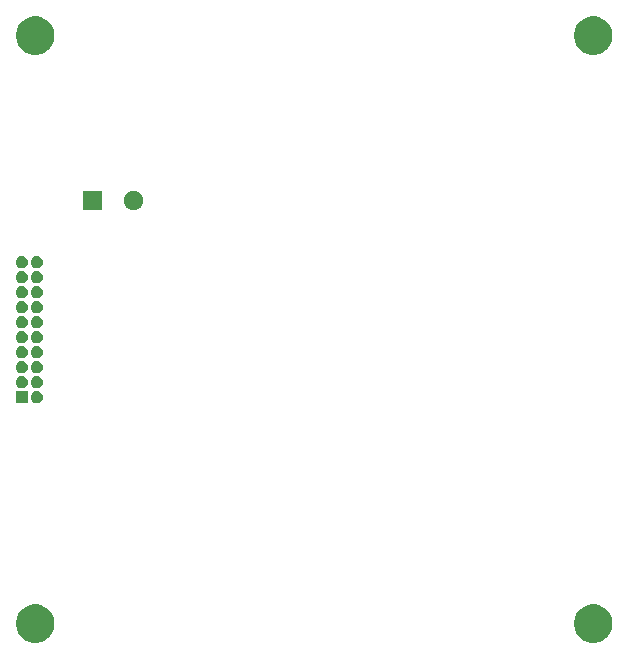
<source format=gbr>
G04 #@! TF.GenerationSoftware,KiCad,Pcbnew,(5.0.0-rc2-dev-185-g935a5ca)*
G04 #@! TF.CreationDate,2018-03-20T09:50:27-05:00*
G04 #@! TF.ProjectId,Power Board,506F77657220426F6172642E6B696361,rev?*
G04 #@! TF.SameCoordinates,Original*
G04 #@! TF.FileFunction,Soldermask,Bot*
G04 #@! TF.FilePolarity,Negative*
%FSLAX46Y46*%
G04 Gerber Fmt 4.6, Leading zero omitted, Abs format (unit mm)*
G04 Created by KiCad (PCBNEW (5.0.0-rc2-dev-185-g935a5ca)) date Tuesday, March 20, 2018 at 09:50:27 AM*
%MOMM*%
%LPD*%
G01*
G04 APERTURE LIST*
%ADD10C,0.100000*%
G04 APERTURE END LIST*
D10*
G36*
X247870112Y-135597063D02*
X248165916Y-135719589D01*
X248432132Y-135897469D01*
X248658531Y-136123868D01*
X248836411Y-136390084D01*
X248958937Y-136685888D01*
X249021400Y-136999912D01*
X249021400Y-137320088D01*
X248958937Y-137634112D01*
X248836411Y-137929916D01*
X248658531Y-138196132D01*
X248432132Y-138422531D01*
X248165916Y-138600411D01*
X247870112Y-138722937D01*
X247556088Y-138785400D01*
X247235912Y-138785400D01*
X246921888Y-138722937D01*
X246626084Y-138600411D01*
X246359868Y-138422531D01*
X246133469Y-138196132D01*
X245955589Y-137929916D01*
X245833063Y-137634112D01*
X245770600Y-137320088D01*
X245770600Y-136999912D01*
X245833063Y-136685888D01*
X245955589Y-136390084D01*
X246133469Y-136123868D01*
X246359868Y-135897469D01*
X246626084Y-135719589D01*
X246921888Y-135597063D01*
X247235912Y-135534600D01*
X247556088Y-135534600D01*
X247870112Y-135597063D01*
X247870112Y-135597063D01*
G37*
G36*
X200626112Y-135597063D02*
X200921916Y-135719589D01*
X201188132Y-135897469D01*
X201414531Y-136123868D01*
X201592411Y-136390084D01*
X201714937Y-136685888D01*
X201777400Y-136999912D01*
X201777400Y-137320088D01*
X201714937Y-137634112D01*
X201592411Y-137929916D01*
X201414531Y-138196132D01*
X201188132Y-138422531D01*
X200921916Y-138600411D01*
X200626112Y-138722937D01*
X200312088Y-138785400D01*
X199991912Y-138785400D01*
X199677888Y-138722937D01*
X199382084Y-138600411D01*
X199115868Y-138422531D01*
X198889469Y-138196132D01*
X198711589Y-137929916D01*
X198589063Y-137634112D01*
X198526600Y-137320088D01*
X198526600Y-136999912D01*
X198589063Y-136685888D01*
X198711589Y-136390084D01*
X198889469Y-136123868D01*
X199115868Y-135897469D01*
X199382084Y-135719589D01*
X199677888Y-135597063D01*
X199991912Y-135534600D01*
X200312088Y-135534600D01*
X200626112Y-135597063D01*
X200626112Y-135597063D01*
G37*
G36*
X200381996Y-117465202D02*
X200481035Y-117495245D01*
X200572309Y-117544032D01*
X200652311Y-117609689D01*
X200717968Y-117689691D01*
X200766755Y-117780965D01*
X200796798Y-117880004D01*
X200806942Y-117983000D01*
X200796798Y-118085996D01*
X200766755Y-118185035D01*
X200717968Y-118276309D01*
X200652311Y-118356311D01*
X200572309Y-118421968D01*
X200481035Y-118470755D01*
X200381996Y-118500798D01*
X200304810Y-118508400D01*
X200253190Y-118508400D01*
X200176004Y-118500798D01*
X200076965Y-118470755D01*
X199985691Y-118421968D01*
X199905689Y-118356311D01*
X199840032Y-118276309D01*
X199791245Y-118185035D01*
X199761202Y-118085996D01*
X199751058Y-117983000D01*
X199761202Y-117880004D01*
X199791245Y-117780965D01*
X199840032Y-117689691D01*
X199905689Y-117609689D01*
X199985691Y-117544032D01*
X200076965Y-117495245D01*
X200176004Y-117465202D01*
X200253190Y-117457600D01*
X200304810Y-117457600D01*
X200381996Y-117465202D01*
X200381996Y-117465202D01*
G37*
G36*
X199534400Y-118508400D02*
X198483600Y-118508400D01*
X198483600Y-117457600D01*
X199534400Y-117457600D01*
X199534400Y-118508400D01*
X199534400Y-118508400D01*
G37*
G36*
X200381996Y-116195202D02*
X200481035Y-116225245D01*
X200572309Y-116274032D01*
X200652311Y-116339689D01*
X200717968Y-116419691D01*
X200766755Y-116510965D01*
X200796798Y-116610004D01*
X200806942Y-116713000D01*
X200796798Y-116815996D01*
X200766755Y-116915035D01*
X200717968Y-117006309D01*
X200652311Y-117086311D01*
X200572309Y-117151968D01*
X200481035Y-117200755D01*
X200381996Y-117230798D01*
X200304810Y-117238400D01*
X200253190Y-117238400D01*
X200176004Y-117230798D01*
X200076965Y-117200755D01*
X199985691Y-117151968D01*
X199905689Y-117086311D01*
X199840032Y-117006309D01*
X199791245Y-116915035D01*
X199761202Y-116815996D01*
X199751058Y-116713000D01*
X199761202Y-116610004D01*
X199791245Y-116510965D01*
X199840032Y-116419691D01*
X199905689Y-116339689D01*
X199985691Y-116274032D01*
X200076965Y-116225245D01*
X200176004Y-116195202D01*
X200253190Y-116187600D01*
X200304810Y-116187600D01*
X200381996Y-116195202D01*
X200381996Y-116195202D01*
G37*
G36*
X199111996Y-116195202D02*
X199211035Y-116225245D01*
X199302309Y-116274032D01*
X199382311Y-116339689D01*
X199447968Y-116419691D01*
X199496755Y-116510965D01*
X199526798Y-116610004D01*
X199536942Y-116713000D01*
X199526798Y-116815996D01*
X199496755Y-116915035D01*
X199447968Y-117006309D01*
X199382311Y-117086311D01*
X199302309Y-117151968D01*
X199211035Y-117200755D01*
X199111996Y-117230798D01*
X199034810Y-117238400D01*
X198983190Y-117238400D01*
X198906004Y-117230798D01*
X198806965Y-117200755D01*
X198715691Y-117151968D01*
X198635689Y-117086311D01*
X198570032Y-117006309D01*
X198521245Y-116915035D01*
X198491202Y-116815996D01*
X198481058Y-116713000D01*
X198491202Y-116610004D01*
X198521245Y-116510965D01*
X198570032Y-116419691D01*
X198635689Y-116339689D01*
X198715691Y-116274032D01*
X198806965Y-116225245D01*
X198906004Y-116195202D01*
X198983190Y-116187600D01*
X199034810Y-116187600D01*
X199111996Y-116195202D01*
X199111996Y-116195202D01*
G37*
G36*
X199111996Y-114925202D02*
X199211035Y-114955245D01*
X199302309Y-115004032D01*
X199382311Y-115069689D01*
X199447968Y-115149691D01*
X199496755Y-115240965D01*
X199526798Y-115340004D01*
X199536942Y-115443000D01*
X199526798Y-115545996D01*
X199496755Y-115645035D01*
X199447968Y-115736309D01*
X199382311Y-115816311D01*
X199302309Y-115881968D01*
X199211035Y-115930755D01*
X199111996Y-115960798D01*
X199034810Y-115968400D01*
X198983190Y-115968400D01*
X198906004Y-115960798D01*
X198806965Y-115930755D01*
X198715691Y-115881968D01*
X198635689Y-115816311D01*
X198570032Y-115736309D01*
X198521245Y-115645035D01*
X198491202Y-115545996D01*
X198481058Y-115443000D01*
X198491202Y-115340004D01*
X198521245Y-115240965D01*
X198570032Y-115149691D01*
X198635689Y-115069689D01*
X198715691Y-115004032D01*
X198806965Y-114955245D01*
X198906004Y-114925202D01*
X198983190Y-114917600D01*
X199034810Y-114917600D01*
X199111996Y-114925202D01*
X199111996Y-114925202D01*
G37*
G36*
X200381996Y-114925202D02*
X200481035Y-114955245D01*
X200572309Y-115004032D01*
X200652311Y-115069689D01*
X200717968Y-115149691D01*
X200766755Y-115240965D01*
X200796798Y-115340004D01*
X200806942Y-115443000D01*
X200796798Y-115545996D01*
X200766755Y-115645035D01*
X200717968Y-115736309D01*
X200652311Y-115816311D01*
X200572309Y-115881968D01*
X200481035Y-115930755D01*
X200381996Y-115960798D01*
X200304810Y-115968400D01*
X200253190Y-115968400D01*
X200176004Y-115960798D01*
X200076965Y-115930755D01*
X199985691Y-115881968D01*
X199905689Y-115816311D01*
X199840032Y-115736309D01*
X199791245Y-115645035D01*
X199761202Y-115545996D01*
X199751058Y-115443000D01*
X199761202Y-115340004D01*
X199791245Y-115240965D01*
X199840032Y-115149691D01*
X199905689Y-115069689D01*
X199985691Y-115004032D01*
X200076965Y-114955245D01*
X200176004Y-114925202D01*
X200253190Y-114917600D01*
X200304810Y-114917600D01*
X200381996Y-114925202D01*
X200381996Y-114925202D01*
G37*
G36*
X199111996Y-113655202D02*
X199211035Y-113685245D01*
X199302309Y-113734032D01*
X199382311Y-113799689D01*
X199447968Y-113879691D01*
X199496755Y-113970965D01*
X199526798Y-114070004D01*
X199536942Y-114173000D01*
X199526798Y-114275996D01*
X199496755Y-114375035D01*
X199447968Y-114466309D01*
X199382311Y-114546311D01*
X199302309Y-114611968D01*
X199211035Y-114660755D01*
X199111996Y-114690798D01*
X199034810Y-114698400D01*
X198983190Y-114698400D01*
X198906004Y-114690798D01*
X198806965Y-114660755D01*
X198715691Y-114611968D01*
X198635689Y-114546311D01*
X198570032Y-114466309D01*
X198521245Y-114375035D01*
X198491202Y-114275996D01*
X198481058Y-114173000D01*
X198491202Y-114070004D01*
X198521245Y-113970965D01*
X198570032Y-113879691D01*
X198635689Y-113799689D01*
X198715691Y-113734032D01*
X198806965Y-113685245D01*
X198906004Y-113655202D01*
X198983190Y-113647600D01*
X199034810Y-113647600D01*
X199111996Y-113655202D01*
X199111996Y-113655202D01*
G37*
G36*
X200381996Y-113655202D02*
X200481035Y-113685245D01*
X200572309Y-113734032D01*
X200652311Y-113799689D01*
X200717968Y-113879691D01*
X200766755Y-113970965D01*
X200796798Y-114070004D01*
X200806942Y-114173000D01*
X200796798Y-114275996D01*
X200766755Y-114375035D01*
X200717968Y-114466309D01*
X200652311Y-114546311D01*
X200572309Y-114611968D01*
X200481035Y-114660755D01*
X200381996Y-114690798D01*
X200304810Y-114698400D01*
X200253190Y-114698400D01*
X200176004Y-114690798D01*
X200076965Y-114660755D01*
X199985691Y-114611968D01*
X199905689Y-114546311D01*
X199840032Y-114466309D01*
X199791245Y-114375035D01*
X199761202Y-114275996D01*
X199751058Y-114173000D01*
X199761202Y-114070004D01*
X199791245Y-113970965D01*
X199840032Y-113879691D01*
X199905689Y-113799689D01*
X199985691Y-113734032D01*
X200076965Y-113685245D01*
X200176004Y-113655202D01*
X200253190Y-113647600D01*
X200304810Y-113647600D01*
X200381996Y-113655202D01*
X200381996Y-113655202D01*
G37*
G36*
X200381996Y-112385202D02*
X200481035Y-112415245D01*
X200572309Y-112464032D01*
X200652311Y-112529689D01*
X200717968Y-112609691D01*
X200766755Y-112700965D01*
X200796798Y-112800004D01*
X200806942Y-112903000D01*
X200796798Y-113005996D01*
X200766755Y-113105035D01*
X200717968Y-113196309D01*
X200652311Y-113276311D01*
X200572309Y-113341968D01*
X200481035Y-113390755D01*
X200381996Y-113420798D01*
X200304810Y-113428400D01*
X200253190Y-113428400D01*
X200176004Y-113420798D01*
X200076965Y-113390755D01*
X199985691Y-113341968D01*
X199905689Y-113276311D01*
X199840032Y-113196309D01*
X199791245Y-113105035D01*
X199761202Y-113005996D01*
X199751058Y-112903000D01*
X199761202Y-112800004D01*
X199791245Y-112700965D01*
X199840032Y-112609691D01*
X199905689Y-112529689D01*
X199985691Y-112464032D01*
X200076965Y-112415245D01*
X200176004Y-112385202D01*
X200253190Y-112377600D01*
X200304810Y-112377600D01*
X200381996Y-112385202D01*
X200381996Y-112385202D01*
G37*
G36*
X199111996Y-112385202D02*
X199211035Y-112415245D01*
X199302309Y-112464032D01*
X199382311Y-112529689D01*
X199447968Y-112609691D01*
X199496755Y-112700965D01*
X199526798Y-112800004D01*
X199536942Y-112903000D01*
X199526798Y-113005996D01*
X199496755Y-113105035D01*
X199447968Y-113196309D01*
X199382311Y-113276311D01*
X199302309Y-113341968D01*
X199211035Y-113390755D01*
X199111996Y-113420798D01*
X199034810Y-113428400D01*
X198983190Y-113428400D01*
X198906004Y-113420798D01*
X198806965Y-113390755D01*
X198715691Y-113341968D01*
X198635689Y-113276311D01*
X198570032Y-113196309D01*
X198521245Y-113105035D01*
X198491202Y-113005996D01*
X198481058Y-112903000D01*
X198491202Y-112800004D01*
X198521245Y-112700965D01*
X198570032Y-112609691D01*
X198635689Y-112529689D01*
X198715691Y-112464032D01*
X198806965Y-112415245D01*
X198906004Y-112385202D01*
X198983190Y-112377600D01*
X199034810Y-112377600D01*
X199111996Y-112385202D01*
X199111996Y-112385202D01*
G37*
G36*
X200381996Y-111115202D02*
X200481035Y-111145245D01*
X200572309Y-111194032D01*
X200652311Y-111259689D01*
X200717968Y-111339691D01*
X200766755Y-111430965D01*
X200796798Y-111530004D01*
X200806942Y-111633000D01*
X200796798Y-111735996D01*
X200766755Y-111835035D01*
X200717968Y-111926309D01*
X200652311Y-112006311D01*
X200572309Y-112071968D01*
X200481035Y-112120755D01*
X200381996Y-112150798D01*
X200304810Y-112158400D01*
X200253190Y-112158400D01*
X200176004Y-112150798D01*
X200076965Y-112120755D01*
X199985691Y-112071968D01*
X199905689Y-112006311D01*
X199840032Y-111926309D01*
X199791245Y-111835035D01*
X199761202Y-111735996D01*
X199751058Y-111633000D01*
X199761202Y-111530004D01*
X199791245Y-111430965D01*
X199840032Y-111339691D01*
X199905689Y-111259689D01*
X199985691Y-111194032D01*
X200076965Y-111145245D01*
X200176004Y-111115202D01*
X200253190Y-111107600D01*
X200304810Y-111107600D01*
X200381996Y-111115202D01*
X200381996Y-111115202D01*
G37*
G36*
X199111996Y-111115202D02*
X199211035Y-111145245D01*
X199302309Y-111194032D01*
X199382311Y-111259689D01*
X199447968Y-111339691D01*
X199496755Y-111430965D01*
X199526798Y-111530004D01*
X199536942Y-111633000D01*
X199526798Y-111735996D01*
X199496755Y-111835035D01*
X199447968Y-111926309D01*
X199382311Y-112006311D01*
X199302309Y-112071968D01*
X199211035Y-112120755D01*
X199111996Y-112150798D01*
X199034810Y-112158400D01*
X198983190Y-112158400D01*
X198906004Y-112150798D01*
X198806965Y-112120755D01*
X198715691Y-112071968D01*
X198635689Y-112006311D01*
X198570032Y-111926309D01*
X198521245Y-111835035D01*
X198491202Y-111735996D01*
X198481058Y-111633000D01*
X198491202Y-111530004D01*
X198521245Y-111430965D01*
X198570032Y-111339691D01*
X198635689Y-111259689D01*
X198715691Y-111194032D01*
X198806965Y-111145245D01*
X198906004Y-111115202D01*
X198983190Y-111107600D01*
X199034810Y-111107600D01*
X199111996Y-111115202D01*
X199111996Y-111115202D01*
G37*
G36*
X200381996Y-109845202D02*
X200481035Y-109875245D01*
X200572309Y-109924032D01*
X200652311Y-109989689D01*
X200717968Y-110069691D01*
X200766755Y-110160965D01*
X200796798Y-110260004D01*
X200806942Y-110363000D01*
X200796798Y-110465996D01*
X200766755Y-110565035D01*
X200717968Y-110656309D01*
X200652311Y-110736311D01*
X200572309Y-110801968D01*
X200481035Y-110850755D01*
X200381996Y-110880798D01*
X200304810Y-110888400D01*
X200253190Y-110888400D01*
X200176004Y-110880798D01*
X200076965Y-110850755D01*
X199985691Y-110801968D01*
X199905689Y-110736311D01*
X199840032Y-110656309D01*
X199791245Y-110565035D01*
X199761202Y-110465996D01*
X199751058Y-110363000D01*
X199761202Y-110260004D01*
X199791245Y-110160965D01*
X199840032Y-110069691D01*
X199905689Y-109989689D01*
X199985691Y-109924032D01*
X200076965Y-109875245D01*
X200176004Y-109845202D01*
X200253190Y-109837600D01*
X200304810Y-109837600D01*
X200381996Y-109845202D01*
X200381996Y-109845202D01*
G37*
G36*
X199111996Y-109845202D02*
X199211035Y-109875245D01*
X199302309Y-109924032D01*
X199382311Y-109989689D01*
X199447968Y-110069691D01*
X199496755Y-110160965D01*
X199526798Y-110260004D01*
X199536942Y-110363000D01*
X199526798Y-110465996D01*
X199496755Y-110565035D01*
X199447968Y-110656309D01*
X199382311Y-110736311D01*
X199302309Y-110801968D01*
X199211035Y-110850755D01*
X199111996Y-110880798D01*
X199034810Y-110888400D01*
X198983190Y-110888400D01*
X198906004Y-110880798D01*
X198806965Y-110850755D01*
X198715691Y-110801968D01*
X198635689Y-110736311D01*
X198570032Y-110656309D01*
X198521245Y-110565035D01*
X198491202Y-110465996D01*
X198481058Y-110363000D01*
X198491202Y-110260004D01*
X198521245Y-110160965D01*
X198570032Y-110069691D01*
X198635689Y-109989689D01*
X198715691Y-109924032D01*
X198806965Y-109875245D01*
X198906004Y-109845202D01*
X198983190Y-109837600D01*
X199034810Y-109837600D01*
X199111996Y-109845202D01*
X199111996Y-109845202D01*
G37*
G36*
X200381996Y-108575202D02*
X200481035Y-108605245D01*
X200572309Y-108654032D01*
X200652311Y-108719689D01*
X200717968Y-108799691D01*
X200766755Y-108890965D01*
X200796798Y-108990004D01*
X200806942Y-109093000D01*
X200796798Y-109195996D01*
X200766755Y-109295035D01*
X200717968Y-109386309D01*
X200652311Y-109466311D01*
X200572309Y-109531968D01*
X200481035Y-109580755D01*
X200381996Y-109610798D01*
X200304810Y-109618400D01*
X200253190Y-109618400D01*
X200176004Y-109610798D01*
X200076965Y-109580755D01*
X199985691Y-109531968D01*
X199905689Y-109466311D01*
X199840032Y-109386309D01*
X199791245Y-109295035D01*
X199761202Y-109195996D01*
X199751058Y-109093000D01*
X199761202Y-108990004D01*
X199791245Y-108890965D01*
X199840032Y-108799691D01*
X199905689Y-108719689D01*
X199985691Y-108654032D01*
X200076965Y-108605245D01*
X200176004Y-108575202D01*
X200253190Y-108567600D01*
X200304810Y-108567600D01*
X200381996Y-108575202D01*
X200381996Y-108575202D01*
G37*
G36*
X199111996Y-108575202D02*
X199211035Y-108605245D01*
X199302309Y-108654032D01*
X199382311Y-108719689D01*
X199447968Y-108799691D01*
X199496755Y-108890965D01*
X199526798Y-108990004D01*
X199536942Y-109093000D01*
X199526798Y-109195996D01*
X199496755Y-109295035D01*
X199447968Y-109386309D01*
X199382311Y-109466311D01*
X199302309Y-109531968D01*
X199211035Y-109580755D01*
X199111996Y-109610798D01*
X199034810Y-109618400D01*
X198983190Y-109618400D01*
X198906004Y-109610798D01*
X198806965Y-109580755D01*
X198715691Y-109531968D01*
X198635689Y-109466311D01*
X198570032Y-109386309D01*
X198521245Y-109295035D01*
X198491202Y-109195996D01*
X198481058Y-109093000D01*
X198491202Y-108990004D01*
X198521245Y-108890965D01*
X198570032Y-108799691D01*
X198635689Y-108719689D01*
X198715691Y-108654032D01*
X198806965Y-108605245D01*
X198906004Y-108575202D01*
X198983190Y-108567600D01*
X199034810Y-108567600D01*
X199111996Y-108575202D01*
X199111996Y-108575202D01*
G37*
G36*
X199111996Y-107305202D02*
X199211035Y-107335245D01*
X199302309Y-107384032D01*
X199382311Y-107449689D01*
X199447968Y-107529691D01*
X199496755Y-107620965D01*
X199526798Y-107720004D01*
X199536942Y-107823000D01*
X199526798Y-107925996D01*
X199496755Y-108025035D01*
X199447968Y-108116309D01*
X199382311Y-108196311D01*
X199302309Y-108261968D01*
X199211035Y-108310755D01*
X199111996Y-108340798D01*
X199034810Y-108348400D01*
X198983190Y-108348400D01*
X198906004Y-108340798D01*
X198806965Y-108310755D01*
X198715691Y-108261968D01*
X198635689Y-108196311D01*
X198570032Y-108116309D01*
X198521245Y-108025035D01*
X198491202Y-107925996D01*
X198481058Y-107823000D01*
X198491202Y-107720004D01*
X198521245Y-107620965D01*
X198570032Y-107529691D01*
X198635689Y-107449689D01*
X198715691Y-107384032D01*
X198806965Y-107335245D01*
X198906004Y-107305202D01*
X198983190Y-107297600D01*
X199034810Y-107297600D01*
X199111996Y-107305202D01*
X199111996Y-107305202D01*
G37*
G36*
X200381996Y-107305202D02*
X200481035Y-107335245D01*
X200572309Y-107384032D01*
X200652311Y-107449689D01*
X200717968Y-107529691D01*
X200766755Y-107620965D01*
X200796798Y-107720004D01*
X200806942Y-107823000D01*
X200796798Y-107925996D01*
X200766755Y-108025035D01*
X200717968Y-108116309D01*
X200652311Y-108196311D01*
X200572309Y-108261968D01*
X200481035Y-108310755D01*
X200381996Y-108340798D01*
X200304810Y-108348400D01*
X200253190Y-108348400D01*
X200176004Y-108340798D01*
X200076965Y-108310755D01*
X199985691Y-108261968D01*
X199905689Y-108196311D01*
X199840032Y-108116309D01*
X199791245Y-108025035D01*
X199761202Y-107925996D01*
X199751058Y-107823000D01*
X199761202Y-107720004D01*
X199791245Y-107620965D01*
X199840032Y-107529691D01*
X199905689Y-107449689D01*
X199985691Y-107384032D01*
X200076965Y-107335245D01*
X200176004Y-107305202D01*
X200253190Y-107297600D01*
X200304810Y-107297600D01*
X200381996Y-107305202D01*
X200381996Y-107305202D01*
G37*
G36*
X199111996Y-106035202D02*
X199211035Y-106065245D01*
X199302309Y-106114032D01*
X199382311Y-106179689D01*
X199447968Y-106259691D01*
X199496755Y-106350965D01*
X199526798Y-106450004D01*
X199536942Y-106553000D01*
X199526798Y-106655996D01*
X199496755Y-106755035D01*
X199447968Y-106846309D01*
X199382311Y-106926311D01*
X199302309Y-106991968D01*
X199211035Y-107040755D01*
X199111996Y-107070798D01*
X199034810Y-107078400D01*
X198983190Y-107078400D01*
X198906004Y-107070798D01*
X198806965Y-107040755D01*
X198715691Y-106991968D01*
X198635689Y-106926311D01*
X198570032Y-106846309D01*
X198521245Y-106755035D01*
X198491202Y-106655996D01*
X198481058Y-106553000D01*
X198491202Y-106450004D01*
X198521245Y-106350965D01*
X198570032Y-106259691D01*
X198635689Y-106179689D01*
X198715691Y-106114032D01*
X198806965Y-106065245D01*
X198906004Y-106035202D01*
X198983190Y-106027600D01*
X199034810Y-106027600D01*
X199111996Y-106035202D01*
X199111996Y-106035202D01*
G37*
G36*
X200381996Y-106035202D02*
X200481035Y-106065245D01*
X200572309Y-106114032D01*
X200652311Y-106179689D01*
X200717968Y-106259691D01*
X200766755Y-106350965D01*
X200796798Y-106450004D01*
X200806942Y-106553000D01*
X200796798Y-106655996D01*
X200766755Y-106755035D01*
X200717968Y-106846309D01*
X200652311Y-106926311D01*
X200572309Y-106991968D01*
X200481035Y-107040755D01*
X200381996Y-107070798D01*
X200304810Y-107078400D01*
X200253190Y-107078400D01*
X200176004Y-107070798D01*
X200076965Y-107040755D01*
X199985691Y-106991968D01*
X199905689Y-106926311D01*
X199840032Y-106846309D01*
X199791245Y-106755035D01*
X199761202Y-106655996D01*
X199751058Y-106553000D01*
X199761202Y-106450004D01*
X199791245Y-106350965D01*
X199840032Y-106259691D01*
X199905689Y-106179689D01*
X199985691Y-106114032D01*
X200076965Y-106065245D01*
X200176004Y-106035202D01*
X200253190Y-106027600D01*
X200304810Y-106027600D01*
X200381996Y-106035202D01*
X200381996Y-106035202D01*
G37*
G36*
X205803400Y-102171400D02*
X204152600Y-102171400D01*
X204152600Y-100520600D01*
X205803400Y-100520600D01*
X205803400Y-102171400D01*
X205803400Y-102171400D01*
G37*
G36*
X208718761Y-100552319D02*
X208868972Y-100614538D01*
X209004163Y-100704871D01*
X209119129Y-100819837D01*
X209209462Y-100955028D01*
X209271681Y-101105239D01*
X209303400Y-101264705D01*
X209303400Y-101427295D01*
X209271681Y-101586761D01*
X209209462Y-101736972D01*
X209119129Y-101872163D01*
X209004163Y-101987129D01*
X208868972Y-102077462D01*
X208718761Y-102139681D01*
X208559295Y-102171400D01*
X208396705Y-102171400D01*
X208237239Y-102139681D01*
X208087028Y-102077462D01*
X207951837Y-101987129D01*
X207836871Y-101872163D01*
X207746538Y-101736972D01*
X207684319Y-101586761D01*
X207652600Y-101427295D01*
X207652600Y-101264705D01*
X207684319Y-101105239D01*
X207746538Y-100955028D01*
X207836871Y-100819837D01*
X207951837Y-100704871D01*
X208087028Y-100614538D01*
X208237239Y-100552319D01*
X208396705Y-100520600D01*
X208559295Y-100520600D01*
X208718761Y-100552319D01*
X208718761Y-100552319D01*
G37*
G36*
X200626112Y-85813063D02*
X200921916Y-85935589D01*
X201188132Y-86113469D01*
X201414531Y-86339868D01*
X201592411Y-86606084D01*
X201714937Y-86901888D01*
X201777400Y-87215912D01*
X201777400Y-87536088D01*
X201714937Y-87850112D01*
X201592411Y-88145916D01*
X201414531Y-88412132D01*
X201188132Y-88638531D01*
X200921916Y-88816411D01*
X200626112Y-88938937D01*
X200312088Y-89001400D01*
X199991912Y-89001400D01*
X199677888Y-88938937D01*
X199382084Y-88816411D01*
X199115868Y-88638531D01*
X198889469Y-88412132D01*
X198711589Y-88145916D01*
X198589063Y-87850112D01*
X198526600Y-87536088D01*
X198526600Y-87215912D01*
X198589063Y-86901888D01*
X198711589Y-86606084D01*
X198889469Y-86339868D01*
X199115868Y-86113469D01*
X199382084Y-85935589D01*
X199677888Y-85813063D01*
X199991912Y-85750600D01*
X200312088Y-85750600D01*
X200626112Y-85813063D01*
X200626112Y-85813063D01*
G37*
G36*
X247870112Y-85813063D02*
X248165916Y-85935589D01*
X248432132Y-86113469D01*
X248658531Y-86339868D01*
X248836411Y-86606084D01*
X248958937Y-86901888D01*
X249021400Y-87215912D01*
X249021400Y-87536088D01*
X248958937Y-87850112D01*
X248836411Y-88145916D01*
X248658531Y-88412132D01*
X248432132Y-88638531D01*
X248165916Y-88816411D01*
X247870112Y-88938937D01*
X247556088Y-89001400D01*
X247235912Y-89001400D01*
X246921888Y-88938937D01*
X246626084Y-88816411D01*
X246359868Y-88638531D01*
X246133469Y-88412132D01*
X245955589Y-88145916D01*
X245833063Y-87850112D01*
X245770600Y-87536088D01*
X245770600Y-87215912D01*
X245833063Y-86901888D01*
X245955589Y-86606084D01*
X246133469Y-86339868D01*
X246359868Y-86113469D01*
X246626084Y-85935589D01*
X246921888Y-85813063D01*
X247235912Y-85750600D01*
X247556088Y-85750600D01*
X247870112Y-85813063D01*
X247870112Y-85813063D01*
G37*
M02*

</source>
